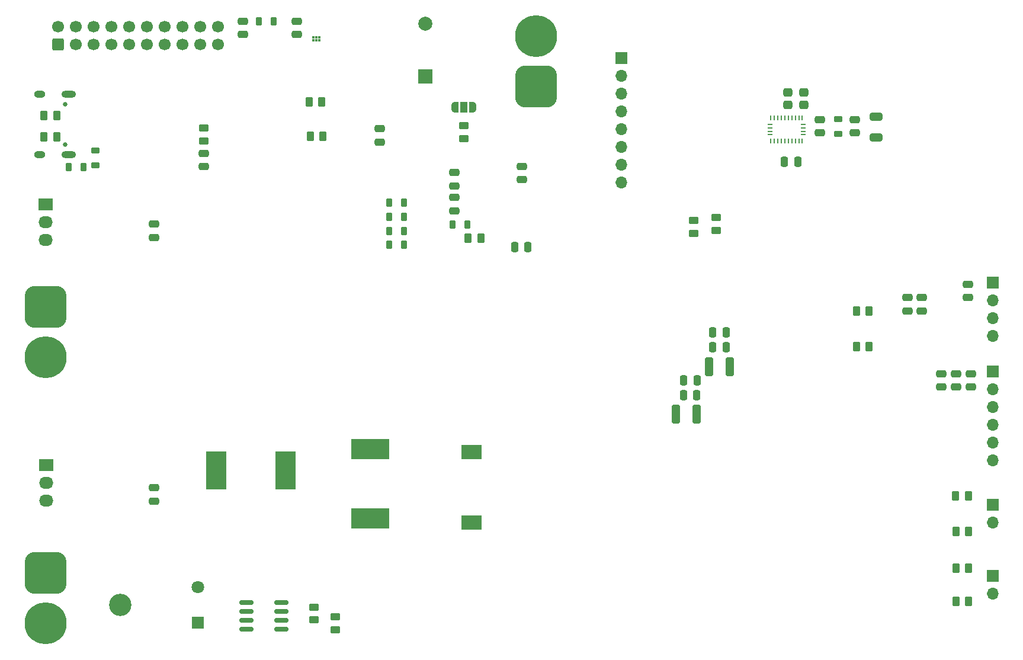
<source format=gbs>
G04 #@! TF.GenerationSoftware,KiCad,Pcbnew,8.0.4*
G04 #@! TF.CreationDate,2024-09-09T14:24:52+09:00*
G04 #@! TF.ProjectId,Solid Rocket Motor Test Station,536f6c69-6420-4526-9f63-6b6574204d6f,1.0*
G04 #@! TF.SameCoordinates,Original*
G04 #@! TF.FileFunction,Soldermask,Bot*
G04 #@! TF.FilePolarity,Negative*
%FSLAX46Y46*%
G04 Gerber Fmt 4.6, Leading zero omitted, Abs format (unit mm)*
G04 Created by KiCad (PCBNEW 8.0.4) date 2024-09-09 14:24:52*
%MOMM*%
%LPD*%
G01*
G04 APERTURE LIST*
G04 Aperture macros list*
%AMRoundRect*
0 Rectangle with rounded corners*
0 $1 Rounding radius*
0 $2 $3 $4 $5 $6 $7 $8 $9 X,Y pos of 4 corners*
0 Add a 4 corners polygon primitive as box body*
4,1,4,$2,$3,$4,$5,$6,$7,$8,$9,$2,$3,0*
0 Add four circle primitives for the rounded corners*
1,1,$1+$1,$2,$3*
1,1,$1+$1,$4,$5*
1,1,$1+$1,$6,$7*
1,1,$1+$1,$8,$9*
0 Add four rect primitives between the rounded corners*
20,1,$1+$1,$2,$3,$4,$5,0*
20,1,$1+$1,$4,$5,$6,$7,0*
20,1,$1+$1,$6,$7,$8,$9,0*
20,1,$1+$1,$8,$9,$2,$3,0*%
%AMFreePoly0*
4,1,19,0.550000,-0.750000,0.000000,-0.750000,0.000000,-0.744911,-0.071157,-0.744911,-0.207708,-0.704816,-0.327430,-0.627875,-0.420627,-0.520320,-0.479746,-0.390866,-0.500000,-0.250000,-0.500000,0.250000,-0.479746,0.390866,-0.420627,0.520320,-0.327430,0.627875,-0.207708,0.704816,-0.071157,0.744911,0.000000,0.744911,0.000000,0.750000,0.550000,0.750000,0.550000,-0.750000,0.550000,-0.750000,
$1*%
%AMFreePoly1*
4,1,19,0.000000,0.744911,0.071157,0.744911,0.207708,0.704816,0.327430,0.627875,0.420627,0.520320,0.479746,0.390866,0.500000,0.250000,0.500000,-0.250000,0.479746,-0.390866,0.420627,-0.520320,0.327430,-0.627875,0.207708,-0.704816,0.071157,-0.744911,0.000000,-0.744911,0.000000,-0.750000,-0.550000,-0.750000,-0.550000,0.750000,0.000000,0.750000,0.000000,0.744911,0.000000,0.744911,
$1*%
G04 Aperture macros list end*
%ADD10R,1.700000X1.700000*%
%ADD11O,1.700000X1.700000*%
%ADD12RoundRect,1.500000X-1.500000X1.500000X-1.500000X-1.500000X1.500000X-1.500000X1.500000X1.500000X0*%
%ADD13C,6.000000*%
%ADD14C,0.650000*%
%ADD15O,2.100000X1.000000*%
%ADD16O,1.600000X1.000000*%
%ADD17R,2.030000X1.730000*%
%ADD18O,2.030000X1.730000*%
%ADD19R,2.000000X2.000000*%
%ADD20C,2.000000*%
%ADD21RoundRect,1.500000X1.500000X-1.500000X1.500000X1.500000X-1.500000X1.500000X-1.500000X-1.500000X0*%
%ADD22C,3.200000*%
%ADD23R,1.800000X1.800000*%
%ADD24C,1.800000*%
%ADD25RoundRect,0.250000X0.600000X-0.600000X0.600000X0.600000X-0.600000X0.600000X-0.600000X-0.600000X0*%
%ADD26C,1.700000*%
%ADD27RoundRect,0.250000X0.475000X-0.250000X0.475000X0.250000X-0.475000X0.250000X-0.475000X-0.250000X0*%
%ADD28RoundRect,0.250000X0.250000X0.475000X-0.250000X0.475000X-0.250000X-0.475000X0.250000X-0.475000X0*%
%ADD29C,0.450000*%
%ADD30RoundRect,0.250000X0.262500X0.450000X-0.262500X0.450000X-0.262500X-0.450000X0.262500X-0.450000X0*%
%ADD31RoundRect,0.250000X-0.475000X0.250000X-0.475000X-0.250000X0.475000X-0.250000X0.475000X0.250000X0*%
%ADD32RoundRect,0.218750X-0.381250X0.218750X-0.381250X-0.218750X0.381250X-0.218750X0.381250X0.218750X0*%
%ADD33RoundRect,0.250000X-0.450000X0.262500X-0.450000X-0.262500X0.450000X-0.262500X0.450000X0.262500X0*%
%ADD34RoundRect,0.218750X-0.218750X-0.381250X0.218750X-0.381250X0.218750X0.381250X-0.218750X0.381250X0*%
%ADD35RoundRect,0.250000X0.325000X1.100000X-0.325000X1.100000X-0.325000X-1.100000X0.325000X-1.100000X0*%
%ADD36RoundRect,0.250000X0.450000X-0.262500X0.450000X0.262500X-0.450000X0.262500X-0.450000X-0.262500X0*%
%ADD37R,0.254000X0.675000*%
%ADD38R,0.675000X0.254000*%
%ADD39RoundRect,0.250000X-0.650000X0.325000X-0.650000X-0.325000X0.650000X-0.325000X0.650000X0.325000X0*%
%ADD40R,3.000000X2.000000*%
%ADD41RoundRect,0.300000X-0.350000X-0.300000X0.350000X-0.300000X0.350000X0.300000X-0.350000X0.300000X0*%
%ADD42RoundRect,0.250000X-0.262500X-0.450000X0.262500X-0.450000X0.262500X0.450000X-0.262500X0.450000X0*%
%ADD43RoundRect,0.150000X0.825000X0.150000X-0.825000X0.150000X-0.825000X-0.150000X0.825000X-0.150000X0*%
%ADD44RoundRect,0.218750X0.381250X-0.218750X0.381250X0.218750X-0.381250X0.218750X-0.381250X-0.218750X0*%
%ADD45FreePoly0,180.000000*%
%ADD46R,1.000000X1.500000*%
%ADD47FreePoly1,180.000000*%
%ADD48R,5.400000X2.900000*%
%ADD49R,2.900000X5.400000*%
%ADD50RoundRect,0.250000X-0.250000X-0.475000X0.250000X-0.475000X0.250000X0.475000X-0.250000X0.475000X0*%
G04 APERTURE END LIST*
D10*
X225095000Y-138528000D03*
D11*
X225095000Y-141068000D03*
D12*
X89645000Y-100106000D03*
D13*
X89645000Y-107306000D03*
D14*
X92481000Y-71132000D03*
X92481000Y-76912000D03*
D15*
X93011000Y-69702000D03*
D16*
X88831000Y-69702000D03*
D15*
X93011000Y-78342000D03*
D16*
X88831000Y-78342000D03*
D10*
X225095000Y-128368000D03*
D11*
X225095000Y-130908000D03*
D17*
X89770000Y-122656000D03*
D18*
X89770000Y-125196000D03*
X89770000Y-127736000D03*
D19*
X143933400Y-67196800D03*
D20*
X143933400Y-59596800D03*
D21*
X159783000Y-68632400D03*
D13*
X159783000Y-61432400D03*
D10*
X225095000Y-96618000D03*
D11*
X225095000Y-99158000D03*
X225095000Y-101698000D03*
X225095000Y-104238000D03*
D17*
X89645000Y-85416000D03*
D18*
X89645000Y-87956000D03*
X89645000Y-90496000D03*
D10*
X225095000Y-109318000D03*
D11*
X225095000Y-111858000D03*
X225095000Y-114398000D03*
X225095000Y-116938000D03*
X225095000Y-119478000D03*
X225095000Y-122018000D03*
D22*
X100345000Y-142706000D03*
D23*
X111445000Y-145246000D03*
D24*
X111445000Y-140166000D03*
D10*
X171947800Y-64566000D03*
D11*
X171947800Y-67106000D03*
X171947800Y-69646000D03*
X171947800Y-72186000D03*
X171947800Y-74726000D03*
X171947800Y-77266000D03*
X171947800Y-79806000D03*
X171947800Y-82346000D03*
D12*
X89645000Y-138106000D03*
D13*
X89645000Y-145306000D03*
D25*
X91457000Y-62594000D03*
D26*
X91457000Y-60054000D03*
X93997000Y-62594000D03*
X93997000Y-60054000D03*
X96537000Y-62594000D03*
X96537000Y-60054000D03*
X99077000Y-62594000D03*
X99077000Y-60054000D03*
X101617000Y-62594000D03*
X101617000Y-60054000D03*
X104157000Y-62594000D03*
X104157000Y-60054000D03*
X106697000Y-62594000D03*
X106697000Y-60054000D03*
X109237000Y-62594000D03*
X109237000Y-60054000D03*
X111777000Y-62594000D03*
X111777000Y-60054000D03*
X114317000Y-62594000D03*
X114317000Y-60054000D03*
D27*
X105145000Y-90156000D03*
X105145000Y-88256000D03*
D28*
X186956000Y-103700000D03*
X185056000Y-103700000D03*
D29*
X127981800Y-62010000D03*
X128381800Y-62010000D03*
X128781800Y-62010000D03*
X127981800Y-61610000D03*
X128381800Y-61610000D03*
X128781800Y-61610000D03*
D30*
X129310700Y-75700400D03*
X127485700Y-75700400D03*
D31*
X217695000Y-109648000D03*
X217695000Y-111548000D03*
X212878000Y-98772000D03*
X212878000Y-100672000D03*
D32*
X202961200Y-73240000D03*
X202961200Y-75365000D03*
D27*
X137398200Y-76536800D03*
X137398200Y-74636800D03*
D28*
X182776000Y-110600000D03*
X180876000Y-110600000D03*
D33*
X131047800Y-144381000D03*
X131047800Y-146206000D03*
D34*
X92981000Y-80120000D03*
X95106000Y-80120000D03*
D35*
X182696000Y-115420000D03*
X179746000Y-115420000D03*
D33*
X149417000Y-74216000D03*
X149417000Y-76041000D03*
D31*
X221514000Y-96862000D03*
X221514000Y-98762000D03*
D36*
X182273800Y-89577500D03*
X182273800Y-87752500D03*
D27*
X148099000Y-86338000D03*
X148099000Y-84438000D03*
D30*
X91250000Y-72752000D03*
X89425000Y-72752000D03*
X91250000Y-75800000D03*
X89425000Y-75800000D03*
D31*
X219815000Y-109648000D03*
X219815000Y-111548000D03*
D30*
X207375500Y-105757000D03*
X205550500Y-105757000D03*
D34*
X138792000Y-89216000D03*
X140917000Y-89216000D03*
X138792000Y-85216000D03*
X140917000Y-85216000D03*
D27*
X105145000Y-127856000D03*
X105145000Y-125956000D03*
D34*
X120126800Y-59270000D03*
X122251800Y-59270000D03*
D31*
X148099000Y-80882000D03*
X148099000Y-82782000D03*
D37*
X197841200Y-73079800D03*
D38*
X197978700Y-73992300D03*
X197978700Y-74492300D03*
X197978700Y-74992300D03*
X197978700Y-75492300D03*
D37*
X197841200Y-76404800D03*
X197341200Y-76404800D03*
X196841200Y-76404800D03*
X196341200Y-76404800D03*
X195841200Y-76404800D03*
X195341200Y-76404800D03*
X194841200Y-76404800D03*
X194341200Y-76404800D03*
X193841200Y-76404800D03*
X193341200Y-76404800D03*
D38*
X193203700Y-75492300D03*
X193203700Y-74992300D03*
X193203700Y-74492300D03*
X193203700Y-73992300D03*
D37*
X193341200Y-73079800D03*
X193841200Y-73079800D03*
X194341200Y-73079800D03*
X194841200Y-73079800D03*
X195341200Y-73079800D03*
X195841200Y-73079800D03*
X196341200Y-73079800D03*
X196841200Y-73079800D03*
X197341200Y-73079800D03*
D27*
X205298000Y-75221200D03*
X205298000Y-73321200D03*
D28*
X182766000Y-112710000D03*
X180866000Y-112710000D03*
D39*
X208346000Y-72931600D03*
X208346000Y-75881600D03*
D40*
X150552200Y-130876400D03*
X150552200Y-120876400D03*
D35*
X187435000Y-108667400D03*
X184485000Y-108667400D03*
D31*
X112285000Y-78123800D03*
X112285000Y-80023800D03*
D28*
X186956000Y-105830000D03*
X185056000Y-105830000D03*
X158635000Y-91550000D03*
X156735000Y-91550000D03*
D41*
X195733600Y-69480800D03*
X198033600Y-69480800D03*
X198033600Y-71180800D03*
X195733600Y-71180800D03*
D42*
X127348000Y-70772800D03*
X129173000Y-70772800D03*
D31*
X125587800Y-59270000D03*
X125587800Y-61170000D03*
D43*
X123370002Y-142301000D03*
X123370002Y-143571000D03*
X123370002Y-144841000D03*
X123370002Y-146111000D03*
X118420002Y-146111000D03*
X118420002Y-144841000D03*
X118420002Y-143571000D03*
X118420002Y-142301000D03*
D33*
X127997800Y-143006000D03*
X127997800Y-144831000D03*
D30*
X221620000Y-142173000D03*
X219795000Y-142173000D03*
D44*
X96791000Y-79866000D03*
X96791000Y-77741000D03*
D36*
X112285000Y-76364300D03*
X112285000Y-74539300D03*
D30*
X207375500Y-100677000D03*
X205550500Y-100677000D03*
X221617500Y-137433000D03*
X219792500Y-137433000D03*
D34*
X147811800Y-88310000D03*
X149936800Y-88310000D03*
X138792000Y-91216000D03*
X140917000Y-91216000D03*
X138792000Y-87216000D03*
X140917000Y-87216000D03*
D27*
X200319600Y-75221200D03*
X200319600Y-73321200D03*
D31*
X214910000Y-98772000D03*
X214910000Y-100672000D03*
D45*
X150767000Y-71541000D03*
D46*
X149467000Y-71541000D03*
D47*
X148167000Y-71541000D03*
D31*
X157751000Y-79998000D03*
X157751000Y-81898000D03*
X221915000Y-109648000D03*
X221915000Y-111548000D03*
D48*
X136052200Y-120426400D03*
X136052200Y-130326400D03*
D30*
X221570000Y-127143000D03*
X219745000Y-127143000D03*
D49*
X114080400Y-123462200D03*
X123980400Y-123462200D03*
D36*
X185531800Y-89138500D03*
X185531800Y-87313500D03*
D27*
X117840800Y-61170000D03*
X117840800Y-59270000D03*
D50*
X195288600Y-79355800D03*
X197188600Y-79355800D03*
D30*
X151909000Y-90280000D03*
X150084000Y-90280000D03*
X221620000Y-132193000D03*
X219795000Y-132193000D03*
M02*

</source>
